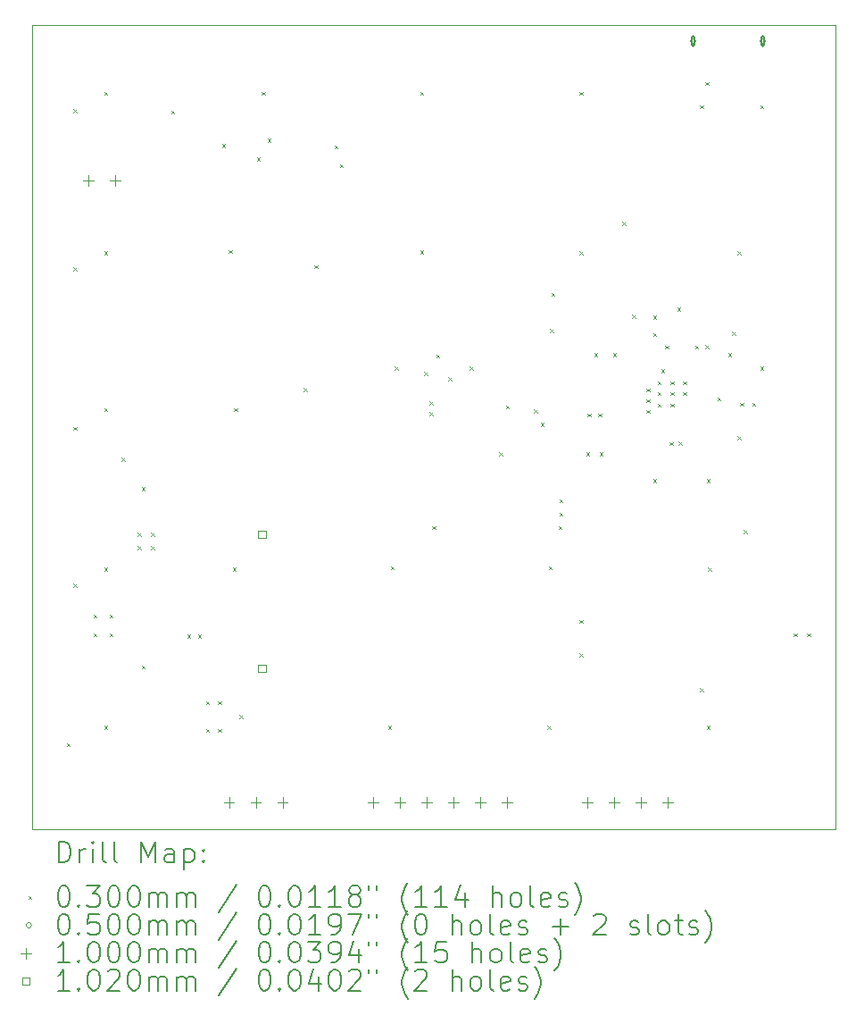
<source format=gbr>
%FSLAX45Y45*%
G04 Gerber Fmt 4.5, Leading zero omitted, Abs format (unit mm)*
G04 Created by KiCad (PCBNEW (6.0.5)) date 2023-04-10 12:53:08*
%MOMM*%
%LPD*%
G01*
G04 APERTURE LIST*
%TA.AperFunction,Profile*%
%ADD10C,0.100000*%
%TD*%
%ADD11C,0.200000*%
%ADD12C,0.030000*%
%ADD13C,0.050000*%
%ADD14C,0.100000*%
%ADD15C,0.102000*%
G04 APERTURE END LIST*
D10*
X10160000Y-12700000D02*
X17780000Y-12700000D01*
X17780000Y-12700000D02*
X17780000Y-5080000D01*
X17780000Y-5080000D02*
X10160000Y-5080000D01*
X10160000Y-5080000D02*
X10160000Y-12700000D01*
D11*
D12*
X10487900Y-11884900D02*
X10517900Y-11914900D01*
X10517900Y-11884900D02*
X10487900Y-11914900D01*
X10551400Y-5877800D02*
X10581400Y-5907800D01*
X10581400Y-5877800D02*
X10551400Y-5907800D01*
X10551400Y-7376400D02*
X10581400Y-7406400D01*
X10581400Y-7376400D02*
X10551400Y-7406400D01*
X10551400Y-8887700D02*
X10581400Y-8917700D01*
X10581400Y-8887700D02*
X10551400Y-8917700D01*
X10551400Y-10373600D02*
X10581400Y-10403600D01*
X10581400Y-10373600D02*
X10551400Y-10403600D01*
X10741900Y-10665700D02*
X10771900Y-10695700D01*
X10771900Y-10665700D02*
X10741900Y-10695700D01*
X10741900Y-10843500D02*
X10771900Y-10873500D01*
X10771900Y-10843500D02*
X10741900Y-10873500D01*
X10843500Y-7224000D02*
X10873500Y-7254000D01*
X10873500Y-7224000D02*
X10843500Y-7254000D01*
X10843500Y-8709900D02*
X10873500Y-8739900D01*
X10873500Y-8709900D02*
X10843500Y-8739900D01*
X10843500Y-10221200D02*
X10873500Y-10251200D01*
X10873500Y-10221200D02*
X10843500Y-10251200D01*
X10843500Y-11719800D02*
X10873500Y-11749800D01*
X10873500Y-11719800D02*
X10843500Y-11749800D01*
X10843762Y-5712247D02*
X10873762Y-5742247D01*
X10873762Y-5712247D02*
X10843762Y-5742247D01*
X10894300Y-10665700D02*
X10924300Y-10695700D01*
X10924300Y-10665700D02*
X10894300Y-10695700D01*
X10894300Y-10843500D02*
X10924300Y-10873500D01*
X10924300Y-10843500D02*
X10894300Y-10873500D01*
X11008600Y-9179800D02*
X11038600Y-9209800D01*
X11038600Y-9179800D02*
X11008600Y-9209800D01*
X11161000Y-9891000D02*
X11191000Y-9921000D01*
X11191000Y-9891000D02*
X11161000Y-9921000D01*
X11161000Y-10018000D02*
X11191000Y-10048000D01*
X11191000Y-10018000D02*
X11161000Y-10048000D01*
X11199100Y-9459200D02*
X11229100Y-9489200D01*
X11229100Y-9459200D02*
X11199100Y-9489200D01*
X11199100Y-11148300D02*
X11229100Y-11178300D01*
X11229100Y-11148300D02*
X11199100Y-11178300D01*
X11288000Y-9891000D02*
X11318000Y-9921000D01*
X11318000Y-9891000D02*
X11288000Y-9921000D01*
X11288000Y-10018000D02*
X11318000Y-10048000D01*
X11318000Y-10018000D02*
X11288000Y-10048000D01*
X11478500Y-5890500D02*
X11508500Y-5920500D01*
X11508500Y-5890500D02*
X11478500Y-5920500D01*
X11630900Y-10856200D02*
X11660900Y-10886200D01*
X11660900Y-10856200D02*
X11630900Y-10886200D01*
X11732500Y-10856200D02*
X11762500Y-10886200D01*
X11762500Y-10856200D02*
X11732500Y-10886200D01*
X11810000Y-11485000D02*
X11840000Y-11515000D01*
X11840000Y-11485000D02*
X11810000Y-11515000D01*
X11810000Y-11750098D02*
X11840000Y-11780098D01*
X11840000Y-11750098D02*
X11810000Y-11780098D01*
X11923000Y-11485000D02*
X11953000Y-11515000D01*
X11953000Y-11485000D02*
X11923000Y-11515000D01*
X11923000Y-11750098D02*
X11953000Y-11780098D01*
X11953000Y-11750098D02*
X11923000Y-11780098D01*
X11961100Y-6208000D02*
X11991100Y-6238000D01*
X11991100Y-6208000D02*
X11961100Y-6238000D01*
X12024600Y-7211300D02*
X12054600Y-7241300D01*
X12054600Y-7211300D02*
X12024600Y-7241300D01*
X12062700Y-10221200D02*
X12092700Y-10251200D01*
X12092700Y-10221200D02*
X12062700Y-10251200D01*
X12075400Y-8709900D02*
X12105400Y-8739900D01*
X12105400Y-8709900D02*
X12075400Y-8739900D01*
X12126200Y-11618200D02*
X12156200Y-11648200D01*
X12156200Y-11618200D02*
X12126200Y-11648200D01*
X12291300Y-6335000D02*
X12321300Y-6365000D01*
X12321300Y-6335000D02*
X12291300Y-6365000D01*
X12338628Y-5712247D02*
X12368628Y-5742247D01*
X12368628Y-5712247D02*
X12338628Y-5742247D01*
X12392900Y-6157200D02*
X12422900Y-6187200D01*
X12422900Y-6157200D02*
X12392900Y-6187200D01*
X12735800Y-8519400D02*
X12765800Y-8549400D01*
X12765800Y-8519400D02*
X12735800Y-8549400D01*
X12837400Y-7354998D02*
X12867400Y-7384998D01*
X12867400Y-7354998D02*
X12837400Y-7384998D01*
X13027900Y-6220700D02*
X13057900Y-6250700D01*
X13057900Y-6220700D02*
X13027900Y-6250700D01*
X13078700Y-6398500D02*
X13108700Y-6428500D01*
X13108700Y-6398500D02*
X13078700Y-6428500D01*
X13535900Y-11719800D02*
X13565900Y-11749800D01*
X13565900Y-11719800D02*
X13535900Y-11749800D01*
X13561300Y-10208500D02*
X13591300Y-10238500D01*
X13591300Y-10208500D02*
X13561300Y-10238500D01*
X13599400Y-8316200D02*
X13629400Y-8346200D01*
X13629400Y-8316200D02*
X13599400Y-8346200D01*
X13841444Y-7214439D02*
X13871444Y-7244439D01*
X13871444Y-7214439D02*
X13841444Y-7244439D01*
X13843045Y-5712247D02*
X13873045Y-5742247D01*
X13873045Y-5712247D02*
X13843045Y-5742247D01*
X13878800Y-8367000D02*
X13908800Y-8397000D01*
X13908800Y-8367000D02*
X13878800Y-8397000D01*
X13929600Y-8646400D02*
X13959600Y-8676400D01*
X13959600Y-8646400D02*
X13929600Y-8676400D01*
X13929600Y-8748000D02*
X13959600Y-8778000D01*
X13959600Y-8748000D02*
X13929600Y-8778000D01*
X13955000Y-9827500D02*
X13985000Y-9857500D01*
X13985000Y-9827500D02*
X13955000Y-9857500D01*
X13993100Y-8201900D02*
X14023100Y-8231900D01*
X14023100Y-8201900D02*
X13993100Y-8231900D01*
X14107400Y-8417800D02*
X14137400Y-8447800D01*
X14137400Y-8417800D02*
X14107400Y-8447800D01*
X14310600Y-8316200D02*
X14340600Y-8346200D01*
X14340600Y-8316200D02*
X14310600Y-8346200D01*
X14590000Y-9129950D02*
X14620000Y-9159950D01*
X14620000Y-9129950D02*
X14590000Y-9159950D01*
X14653500Y-8684500D02*
X14683500Y-8714500D01*
X14683500Y-8684500D02*
X14653500Y-8714500D01*
X14920200Y-8722600D02*
X14950200Y-8752600D01*
X14950200Y-8722600D02*
X14920200Y-8752600D01*
X14983700Y-8849600D02*
X15013700Y-8879600D01*
X15013700Y-8849600D02*
X14983700Y-8879600D01*
X15047200Y-11719800D02*
X15077200Y-11749800D01*
X15077200Y-11719800D02*
X15047200Y-11749800D01*
X15059900Y-10208500D02*
X15089900Y-10238500D01*
X15089900Y-10208500D02*
X15059900Y-10238500D01*
X15072600Y-7960600D02*
X15102600Y-7990600D01*
X15102600Y-7960600D02*
X15072600Y-7990600D01*
X15085300Y-7617700D02*
X15115300Y-7647700D01*
X15115300Y-7617700D02*
X15085300Y-7647700D01*
X15153878Y-9827500D02*
X15183878Y-9857500D01*
X15183878Y-9827500D02*
X15153878Y-9857500D01*
X15161500Y-9573500D02*
X15191500Y-9603500D01*
X15191500Y-9573500D02*
X15161500Y-9603500D01*
X15161500Y-9700500D02*
X15191500Y-9730500D01*
X15191500Y-9700500D02*
X15161500Y-9730500D01*
X15352000Y-5712700D02*
X15382000Y-5742700D01*
X15382000Y-5712700D02*
X15352000Y-5742700D01*
X15352000Y-7224000D02*
X15382000Y-7254000D01*
X15382000Y-7224000D02*
X15352000Y-7254000D01*
X15352000Y-10716500D02*
X15382000Y-10746500D01*
X15382000Y-10716500D02*
X15352000Y-10746500D01*
X15352000Y-11034000D02*
X15382000Y-11064000D01*
X15382000Y-11034000D02*
X15352000Y-11064000D01*
X15415500Y-9129000D02*
X15445500Y-9159000D01*
X15445500Y-9129000D02*
X15415500Y-9159000D01*
X15429850Y-8760700D02*
X15459850Y-8790700D01*
X15459850Y-8760700D02*
X15429850Y-8790700D01*
X15491700Y-8189200D02*
X15521700Y-8219200D01*
X15521700Y-8189200D02*
X15491700Y-8219200D01*
X15529800Y-8760700D02*
X15559800Y-8790700D01*
X15559800Y-8760700D02*
X15529800Y-8790700D01*
X15542500Y-9129000D02*
X15572500Y-9159000D01*
X15572500Y-9129000D02*
X15542500Y-9159000D01*
X15669500Y-8189200D02*
X15699500Y-8219200D01*
X15699500Y-8189200D02*
X15669500Y-8219200D01*
X15758400Y-6944600D02*
X15788400Y-6974600D01*
X15788400Y-6944600D02*
X15758400Y-6974600D01*
X15852638Y-7826238D02*
X15882638Y-7856238D01*
X15882638Y-7826238D02*
X15852638Y-7856238D01*
X15987000Y-8522150D02*
X16017000Y-8552150D01*
X16017000Y-8522150D02*
X15987000Y-8552150D01*
X15987000Y-8623750D02*
X16017000Y-8653750D01*
X16017000Y-8623750D02*
X15987000Y-8653750D01*
X15987000Y-8725350D02*
X16017000Y-8755350D01*
X16017000Y-8725350D02*
X15987000Y-8755350D01*
X16050500Y-7833600D02*
X16080500Y-7863600D01*
X16080500Y-7833600D02*
X16050500Y-7863600D01*
X16050500Y-7998700D02*
X16080500Y-8028700D01*
X16080500Y-7998700D02*
X16050500Y-8028700D01*
X16050500Y-9383000D02*
X16080500Y-9413000D01*
X16080500Y-9383000D02*
X16050500Y-9413000D01*
X16095000Y-8455000D02*
X16125000Y-8485000D01*
X16125000Y-8455000D02*
X16095000Y-8485000D01*
X16095000Y-8555000D02*
X16125000Y-8585000D01*
X16125000Y-8555000D02*
X16095000Y-8585000D01*
X16095000Y-8665000D02*
X16125000Y-8695000D01*
X16125000Y-8665000D02*
X16095000Y-8695000D01*
X16127550Y-8338350D02*
X16157550Y-8368350D01*
X16157550Y-8338350D02*
X16127550Y-8368350D01*
X16164800Y-8115750D02*
X16194800Y-8145750D01*
X16194800Y-8115750D02*
X16164800Y-8145750D01*
X16206968Y-9031468D02*
X16236968Y-9061468D01*
X16236968Y-9031468D02*
X16206968Y-9061468D01*
X16215000Y-8455000D02*
X16245000Y-8485000D01*
X16245000Y-8455000D02*
X16215000Y-8485000D01*
X16215000Y-8555000D02*
X16245000Y-8585000D01*
X16245000Y-8555000D02*
X16215000Y-8585000D01*
X16215000Y-8665000D02*
X16245000Y-8695000D01*
X16245000Y-8665000D02*
X16215000Y-8695000D01*
X16279100Y-7757400D02*
X16309100Y-7787400D01*
X16309100Y-7757400D02*
X16279100Y-7787400D01*
X16291800Y-9027400D02*
X16321800Y-9057400D01*
X16321800Y-9027400D02*
X16291800Y-9057400D01*
X16335000Y-8455000D02*
X16365000Y-8485000D01*
X16365000Y-8455000D02*
X16335000Y-8485000D01*
X16335000Y-8555000D02*
X16365000Y-8585000D01*
X16365000Y-8555000D02*
X16335000Y-8585000D01*
X16448050Y-8115750D02*
X16478050Y-8145750D01*
X16478050Y-8115750D02*
X16448050Y-8145750D01*
X16495000Y-5839901D02*
X16525000Y-5869901D01*
X16525000Y-5839901D02*
X16495000Y-5869901D01*
X16495000Y-11364200D02*
X16525000Y-11394200D01*
X16525000Y-11364200D02*
X16495000Y-11394200D01*
X16545800Y-5620050D02*
X16575800Y-5650050D01*
X16575800Y-5620050D02*
X16545800Y-5650050D01*
X16545800Y-8113000D02*
X16575800Y-8143000D01*
X16575800Y-8113000D02*
X16545800Y-8143000D01*
X16558500Y-9383000D02*
X16588500Y-9413000D01*
X16588500Y-9383000D02*
X16558500Y-9413000D01*
X16558500Y-11719800D02*
X16588500Y-11749800D01*
X16588500Y-11719800D02*
X16558500Y-11749800D01*
X16571200Y-10221200D02*
X16601200Y-10251200D01*
X16601200Y-10221200D02*
X16571200Y-10251200D01*
X16660100Y-8608300D02*
X16690100Y-8638300D01*
X16690100Y-8608300D02*
X16660100Y-8638300D01*
X16761700Y-8189200D02*
X16791700Y-8219200D01*
X16791700Y-8189200D02*
X16761700Y-8219200D01*
X16799800Y-7986000D02*
X16829800Y-8016000D01*
X16829800Y-7986000D02*
X16799800Y-8016000D01*
X16850600Y-7224000D02*
X16880600Y-7254000D01*
X16880600Y-7224000D02*
X16850600Y-7254000D01*
X16850600Y-8976600D02*
X16880600Y-9006600D01*
X16880600Y-8976600D02*
X16850600Y-9006600D01*
X16876000Y-8659100D02*
X16906000Y-8689100D01*
X16906000Y-8659100D02*
X16876000Y-8689100D01*
X16913088Y-9864588D02*
X16943088Y-9894588D01*
X16943088Y-9864588D02*
X16913088Y-9894588D01*
X16990300Y-8659100D02*
X17020300Y-8689100D01*
X17020300Y-8659100D02*
X16990300Y-8689100D01*
X17066500Y-5839901D02*
X17096500Y-5869901D01*
X17096500Y-5839901D02*
X17066500Y-5869901D01*
X17066500Y-8316200D02*
X17096500Y-8346200D01*
X17096500Y-8316200D02*
X17066500Y-8346200D01*
X17384000Y-10843500D02*
X17414000Y-10873500D01*
X17414000Y-10843500D02*
X17384000Y-10873500D01*
X17511000Y-10843500D02*
X17541000Y-10873500D01*
X17541000Y-10843500D02*
X17511000Y-10873500D01*
D13*
X16456825Y-5232400D02*
G75*
G03*
X16456825Y-5232400I-25000J0D01*
G01*
D11*
X16446825Y-5267400D02*
X16446825Y-5197400D01*
X16416825Y-5267400D02*
X16416825Y-5197400D01*
X16446825Y-5197400D02*
G75*
G03*
X16416825Y-5197400I-15000J0D01*
G01*
X16416825Y-5267400D02*
G75*
G03*
X16446825Y-5267400I15000J0D01*
G01*
D13*
X17116825Y-5232400D02*
G75*
G03*
X17116825Y-5232400I-25000J0D01*
G01*
D11*
X17106825Y-5267400D02*
X17106825Y-5197400D01*
X17076825Y-5267400D02*
X17076825Y-5197400D01*
X17106825Y-5197400D02*
G75*
G03*
X17076825Y-5197400I-15000J0D01*
G01*
X17076825Y-5267400D02*
G75*
G03*
X17106825Y-5267400I15000J0D01*
G01*
D14*
X10693900Y-6503200D02*
X10693900Y-6603200D01*
X10643900Y-6553200D02*
X10743900Y-6553200D01*
X10947900Y-6503200D02*
X10947900Y-6603200D01*
X10897900Y-6553200D02*
X10997900Y-6553200D01*
X12028500Y-12396000D02*
X12028500Y-12496000D01*
X11978500Y-12446000D02*
X12078500Y-12446000D01*
X12282500Y-12396000D02*
X12282500Y-12496000D01*
X12232500Y-12446000D02*
X12332500Y-12446000D01*
X12536500Y-12396000D02*
X12536500Y-12496000D01*
X12486500Y-12446000D02*
X12586500Y-12446000D01*
X13398500Y-12396000D02*
X13398500Y-12496000D01*
X13348500Y-12446000D02*
X13448500Y-12446000D01*
X13652500Y-12396000D02*
X13652500Y-12496000D01*
X13602500Y-12446000D02*
X13702500Y-12446000D01*
X13906500Y-12396000D02*
X13906500Y-12496000D01*
X13856500Y-12446000D02*
X13956500Y-12446000D01*
X14160500Y-12396000D02*
X14160500Y-12496000D01*
X14110500Y-12446000D02*
X14210500Y-12446000D01*
X14414500Y-12396000D02*
X14414500Y-12496000D01*
X14364500Y-12446000D02*
X14464500Y-12446000D01*
X14668500Y-12396000D02*
X14668500Y-12496000D01*
X14618500Y-12446000D02*
X14718500Y-12446000D01*
X15430500Y-12396000D02*
X15430500Y-12496000D01*
X15380500Y-12446000D02*
X15480500Y-12446000D01*
X15684500Y-12396000D02*
X15684500Y-12496000D01*
X15634500Y-12446000D02*
X15734500Y-12446000D01*
X15938500Y-12396000D02*
X15938500Y-12496000D01*
X15888500Y-12446000D02*
X15988500Y-12446000D01*
X16192500Y-12396000D02*
X16192500Y-12496000D01*
X16142500Y-12446000D02*
X16242500Y-12446000D01*
D15*
X12378063Y-9942063D02*
X12378063Y-9869937D01*
X12305937Y-9869937D01*
X12305937Y-9942063D01*
X12378063Y-9942063D01*
X12378063Y-11212063D02*
X12378063Y-11139937D01*
X12305937Y-11139937D01*
X12305937Y-11212063D01*
X12378063Y-11212063D01*
D11*
X10412619Y-13015476D02*
X10412619Y-12815476D01*
X10460238Y-12815476D01*
X10488810Y-12825000D01*
X10507857Y-12844048D01*
X10517381Y-12863095D01*
X10526905Y-12901190D01*
X10526905Y-12929762D01*
X10517381Y-12967857D01*
X10507857Y-12986905D01*
X10488810Y-13005952D01*
X10460238Y-13015476D01*
X10412619Y-13015476D01*
X10612619Y-13015476D02*
X10612619Y-12882143D01*
X10612619Y-12920238D02*
X10622143Y-12901190D01*
X10631667Y-12891667D01*
X10650714Y-12882143D01*
X10669762Y-12882143D01*
X10736429Y-13015476D02*
X10736429Y-12882143D01*
X10736429Y-12815476D02*
X10726905Y-12825000D01*
X10736429Y-12834524D01*
X10745952Y-12825000D01*
X10736429Y-12815476D01*
X10736429Y-12834524D01*
X10860238Y-13015476D02*
X10841190Y-13005952D01*
X10831667Y-12986905D01*
X10831667Y-12815476D01*
X10965000Y-13015476D02*
X10945952Y-13005952D01*
X10936429Y-12986905D01*
X10936429Y-12815476D01*
X11193571Y-13015476D02*
X11193571Y-12815476D01*
X11260238Y-12958333D01*
X11326905Y-12815476D01*
X11326905Y-13015476D01*
X11507857Y-13015476D02*
X11507857Y-12910714D01*
X11498333Y-12891667D01*
X11479286Y-12882143D01*
X11441190Y-12882143D01*
X11422143Y-12891667D01*
X11507857Y-13005952D02*
X11488809Y-13015476D01*
X11441190Y-13015476D01*
X11422143Y-13005952D01*
X11412619Y-12986905D01*
X11412619Y-12967857D01*
X11422143Y-12948809D01*
X11441190Y-12939286D01*
X11488809Y-12939286D01*
X11507857Y-12929762D01*
X11603095Y-12882143D02*
X11603095Y-13082143D01*
X11603095Y-12891667D02*
X11622143Y-12882143D01*
X11660238Y-12882143D01*
X11679286Y-12891667D01*
X11688809Y-12901190D01*
X11698333Y-12920238D01*
X11698333Y-12977381D01*
X11688809Y-12996428D01*
X11679286Y-13005952D01*
X11660238Y-13015476D01*
X11622143Y-13015476D01*
X11603095Y-13005952D01*
X11784048Y-12996428D02*
X11793571Y-13005952D01*
X11784048Y-13015476D01*
X11774524Y-13005952D01*
X11784048Y-12996428D01*
X11784048Y-13015476D01*
X11784048Y-12891667D02*
X11793571Y-12901190D01*
X11784048Y-12910714D01*
X11774524Y-12901190D01*
X11784048Y-12891667D01*
X11784048Y-12910714D01*
D12*
X10125000Y-13330000D02*
X10155000Y-13360000D01*
X10155000Y-13330000D02*
X10125000Y-13360000D01*
D11*
X10450714Y-13235476D02*
X10469762Y-13235476D01*
X10488810Y-13245000D01*
X10498333Y-13254524D01*
X10507857Y-13273571D01*
X10517381Y-13311667D01*
X10517381Y-13359286D01*
X10507857Y-13397381D01*
X10498333Y-13416428D01*
X10488810Y-13425952D01*
X10469762Y-13435476D01*
X10450714Y-13435476D01*
X10431667Y-13425952D01*
X10422143Y-13416428D01*
X10412619Y-13397381D01*
X10403095Y-13359286D01*
X10403095Y-13311667D01*
X10412619Y-13273571D01*
X10422143Y-13254524D01*
X10431667Y-13245000D01*
X10450714Y-13235476D01*
X10603095Y-13416428D02*
X10612619Y-13425952D01*
X10603095Y-13435476D01*
X10593571Y-13425952D01*
X10603095Y-13416428D01*
X10603095Y-13435476D01*
X10679286Y-13235476D02*
X10803095Y-13235476D01*
X10736429Y-13311667D01*
X10765000Y-13311667D01*
X10784048Y-13321190D01*
X10793571Y-13330714D01*
X10803095Y-13349762D01*
X10803095Y-13397381D01*
X10793571Y-13416428D01*
X10784048Y-13425952D01*
X10765000Y-13435476D01*
X10707857Y-13435476D01*
X10688810Y-13425952D01*
X10679286Y-13416428D01*
X10926905Y-13235476D02*
X10945952Y-13235476D01*
X10965000Y-13245000D01*
X10974524Y-13254524D01*
X10984048Y-13273571D01*
X10993571Y-13311667D01*
X10993571Y-13359286D01*
X10984048Y-13397381D01*
X10974524Y-13416428D01*
X10965000Y-13425952D01*
X10945952Y-13435476D01*
X10926905Y-13435476D01*
X10907857Y-13425952D01*
X10898333Y-13416428D01*
X10888810Y-13397381D01*
X10879286Y-13359286D01*
X10879286Y-13311667D01*
X10888810Y-13273571D01*
X10898333Y-13254524D01*
X10907857Y-13245000D01*
X10926905Y-13235476D01*
X11117381Y-13235476D02*
X11136429Y-13235476D01*
X11155476Y-13245000D01*
X11165000Y-13254524D01*
X11174524Y-13273571D01*
X11184048Y-13311667D01*
X11184048Y-13359286D01*
X11174524Y-13397381D01*
X11165000Y-13416428D01*
X11155476Y-13425952D01*
X11136429Y-13435476D01*
X11117381Y-13435476D01*
X11098333Y-13425952D01*
X11088810Y-13416428D01*
X11079286Y-13397381D01*
X11069762Y-13359286D01*
X11069762Y-13311667D01*
X11079286Y-13273571D01*
X11088810Y-13254524D01*
X11098333Y-13245000D01*
X11117381Y-13235476D01*
X11269762Y-13435476D02*
X11269762Y-13302143D01*
X11269762Y-13321190D02*
X11279286Y-13311667D01*
X11298333Y-13302143D01*
X11326905Y-13302143D01*
X11345952Y-13311667D01*
X11355476Y-13330714D01*
X11355476Y-13435476D01*
X11355476Y-13330714D02*
X11365000Y-13311667D01*
X11384048Y-13302143D01*
X11412619Y-13302143D01*
X11431667Y-13311667D01*
X11441190Y-13330714D01*
X11441190Y-13435476D01*
X11536428Y-13435476D02*
X11536428Y-13302143D01*
X11536428Y-13321190D02*
X11545952Y-13311667D01*
X11565000Y-13302143D01*
X11593571Y-13302143D01*
X11612619Y-13311667D01*
X11622143Y-13330714D01*
X11622143Y-13435476D01*
X11622143Y-13330714D02*
X11631667Y-13311667D01*
X11650714Y-13302143D01*
X11679286Y-13302143D01*
X11698333Y-13311667D01*
X11707857Y-13330714D01*
X11707857Y-13435476D01*
X12098333Y-13225952D02*
X11926905Y-13483095D01*
X12355476Y-13235476D02*
X12374524Y-13235476D01*
X12393571Y-13245000D01*
X12403095Y-13254524D01*
X12412619Y-13273571D01*
X12422143Y-13311667D01*
X12422143Y-13359286D01*
X12412619Y-13397381D01*
X12403095Y-13416428D01*
X12393571Y-13425952D01*
X12374524Y-13435476D01*
X12355476Y-13435476D01*
X12336428Y-13425952D01*
X12326905Y-13416428D01*
X12317381Y-13397381D01*
X12307857Y-13359286D01*
X12307857Y-13311667D01*
X12317381Y-13273571D01*
X12326905Y-13254524D01*
X12336428Y-13245000D01*
X12355476Y-13235476D01*
X12507857Y-13416428D02*
X12517381Y-13425952D01*
X12507857Y-13435476D01*
X12498333Y-13425952D01*
X12507857Y-13416428D01*
X12507857Y-13435476D01*
X12641190Y-13235476D02*
X12660238Y-13235476D01*
X12679286Y-13245000D01*
X12688809Y-13254524D01*
X12698333Y-13273571D01*
X12707857Y-13311667D01*
X12707857Y-13359286D01*
X12698333Y-13397381D01*
X12688809Y-13416428D01*
X12679286Y-13425952D01*
X12660238Y-13435476D01*
X12641190Y-13435476D01*
X12622143Y-13425952D01*
X12612619Y-13416428D01*
X12603095Y-13397381D01*
X12593571Y-13359286D01*
X12593571Y-13311667D01*
X12603095Y-13273571D01*
X12612619Y-13254524D01*
X12622143Y-13245000D01*
X12641190Y-13235476D01*
X12898333Y-13435476D02*
X12784048Y-13435476D01*
X12841190Y-13435476D02*
X12841190Y-13235476D01*
X12822143Y-13264048D01*
X12803095Y-13283095D01*
X12784048Y-13292619D01*
X13088809Y-13435476D02*
X12974524Y-13435476D01*
X13031667Y-13435476D02*
X13031667Y-13235476D01*
X13012619Y-13264048D01*
X12993571Y-13283095D01*
X12974524Y-13292619D01*
X13203095Y-13321190D02*
X13184048Y-13311667D01*
X13174524Y-13302143D01*
X13165000Y-13283095D01*
X13165000Y-13273571D01*
X13174524Y-13254524D01*
X13184048Y-13245000D01*
X13203095Y-13235476D01*
X13241190Y-13235476D01*
X13260238Y-13245000D01*
X13269762Y-13254524D01*
X13279286Y-13273571D01*
X13279286Y-13283095D01*
X13269762Y-13302143D01*
X13260238Y-13311667D01*
X13241190Y-13321190D01*
X13203095Y-13321190D01*
X13184048Y-13330714D01*
X13174524Y-13340238D01*
X13165000Y-13359286D01*
X13165000Y-13397381D01*
X13174524Y-13416428D01*
X13184048Y-13425952D01*
X13203095Y-13435476D01*
X13241190Y-13435476D01*
X13260238Y-13425952D01*
X13269762Y-13416428D01*
X13279286Y-13397381D01*
X13279286Y-13359286D01*
X13269762Y-13340238D01*
X13260238Y-13330714D01*
X13241190Y-13321190D01*
X13355476Y-13235476D02*
X13355476Y-13273571D01*
X13431667Y-13235476D02*
X13431667Y-13273571D01*
X13726905Y-13511667D02*
X13717381Y-13502143D01*
X13698333Y-13473571D01*
X13688809Y-13454524D01*
X13679286Y-13425952D01*
X13669762Y-13378333D01*
X13669762Y-13340238D01*
X13679286Y-13292619D01*
X13688809Y-13264048D01*
X13698333Y-13245000D01*
X13717381Y-13216428D01*
X13726905Y-13206905D01*
X13907857Y-13435476D02*
X13793571Y-13435476D01*
X13850714Y-13435476D02*
X13850714Y-13235476D01*
X13831667Y-13264048D01*
X13812619Y-13283095D01*
X13793571Y-13292619D01*
X14098333Y-13435476D02*
X13984048Y-13435476D01*
X14041190Y-13435476D02*
X14041190Y-13235476D01*
X14022143Y-13264048D01*
X14003095Y-13283095D01*
X13984048Y-13292619D01*
X14269762Y-13302143D02*
X14269762Y-13435476D01*
X14222143Y-13225952D02*
X14174524Y-13368809D01*
X14298333Y-13368809D01*
X14526905Y-13435476D02*
X14526905Y-13235476D01*
X14612619Y-13435476D02*
X14612619Y-13330714D01*
X14603095Y-13311667D01*
X14584048Y-13302143D01*
X14555476Y-13302143D01*
X14536428Y-13311667D01*
X14526905Y-13321190D01*
X14736428Y-13435476D02*
X14717381Y-13425952D01*
X14707857Y-13416428D01*
X14698333Y-13397381D01*
X14698333Y-13340238D01*
X14707857Y-13321190D01*
X14717381Y-13311667D01*
X14736428Y-13302143D01*
X14765000Y-13302143D01*
X14784048Y-13311667D01*
X14793571Y-13321190D01*
X14803095Y-13340238D01*
X14803095Y-13397381D01*
X14793571Y-13416428D01*
X14784048Y-13425952D01*
X14765000Y-13435476D01*
X14736428Y-13435476D01*
X14917381Y-13435476D02*
X14898333Y-13425952D01*
X14888809Y-13406905D01*
X14888809Y-13235476D01*
X15069762Y-13425952D02*
X15050714Y-13435476D01*
X15012619Y-13435476D01*
X14993571Y-13425952D01*
X14984048Y-13406905D01*
X14984048Y-13330714D01*
X14993571Y-13311667D01*
X15012619Y-13302143D01*
X15050714Y-13302143D01*
X15069762Y-13311667D01*
X15079286Y-13330714D01*
X15079286Y-13349762D01*
X14984048Y-13368809D01*
X15155476Y-13425952D02*
X15174524Y-13435476D01*
X15212619Y-13435476D01*
X15231667Y-13425952D01*
X15241190Y-13406905D01*
X15241190Y-13397381D01*
X15231667Y-13378333D01*
X15212619Y-13368809D01*
X15184048Y-13368809D01*
X15165000Y-13359286D01*
X15155476Y-13340238D01*
X15155476Y-13330714D01*
X15165000Y-13311667D01*
X15184048Y-13302143D01*
X15212619Y-13302143D01*
X15231667Y-13311667D01*
X15307857Y-13511667D02*
X15317381Y-13502143D01*
X15336428Y-13473571D01*
X15345952Y-13454524D01*
X15355476Y-13425952D01*
X15365000Y-13378333D01*
X15365000Y-13340238D01*
X15355476Y-13292619D01*
X15345952Y-13264048D01*
X15336428Y-13245000D01*
X15317381Y-13216428D01*
X15307857Y-13206905D01*
D13*
X10155000Y-13609000D02*
G75*
G03*
X10155000Y-13609000I-25000J0D01*
G01*
D11*
X10450714Y-13499476D02*
X10469762Y-13499476D01*
X10488810Y-13509000D01*
X10498333Y-13518524D01*
X10507857Y-13537571D01*
X10517381Y-13575667D01*
X10517381Y-13623286D01*
X10507857Y-13661381D01*
X10498333Y-13680428D01*
X10488810Y-13689952D01*
X10469762Y-13699476D01*
X10450714Y-13699476D01*
X10431667Y-13689952D01*
X10422143Y-13680428D01*
X10412619Y-13661381D01*
X10403095Y-13623286D01*
X10403095Y-13575667D01*
X10412619Y-13537571D01*
X10422143Y-13518524D01*
X10431667Y-13509000D01*
X10450714Y-13499476D01*
X10603095Y-13680428D02*
X10612619Y-13689952D01*
X10603095Y-13699476D01*
X10593571Y-13689952D01*
X10603095Y-13680428D01*
X10603095Y-13699476D01*
X10793571Y-13499476D02*
X10698333Y-13499476D01*
X10688810Y-13594714D01*
X10698333Y-13585190D01*
X10717381Y-13575667D01*
X10765000Y-13575667D01*
X10784048Y-13585190D01*
X10793571Y-13594714D01*
X10803095Y-13613762D01*
X10803095Y-13661381D01*
X10793571Y-13680428D01*
X10784048Y-13689952D01*
X10765000Y-13699476D01*
X10717381Y-13699476D01*
X10698333Y-13689952D01*
X10688810Y-13680428D01*
X10926905Y-13499476D02*
X10945952Y-13499476D01*
X10965000Y-13509000D01*
X10974524Y-13518524D01*
X10984048Y-13537571D01*
X10993571Y-13575667D01*
X10993571Y-13623286D01*
X10984048Y-13661381D01*
X10974524Y-13680428D01*
X10965000Y-13689952D01*
X10945952Y-13699476D01*
X10926905Y-13699476D01*
X10907857Y-13689952D01*
X10898333Y-13680428D01*
X10888810Y-13661381D01*
X10879286Y-13623286D01*
X10879286Y-13575667D01*
X10888810Y-13537571D01*
X10898333Y-13518524D01*
X10907857Y-13509000D01*
X10926905Y-13499476D01*
X11117381Y-13499476D02*
X11136429Y-13499476D01*
X11155476Y-13509000D01*
X11165000Y-13518524D01*
X11174524Y-13537571D01*
X11184048Y-13575667D01*
X11184048Y-13623286D01*
X11174524Y-13661381D01*
X11165000Y-13680428D01*
X11155476Y-13689952D01*
X11136429Y-13699476D01*
X11117381Y-13699476D01*
X11098333Y-13689952D01*
X11088810Y-13680428D01*
X11079286Y-13661381D01*
X11069762Y-13623286D01*
X11069762Y-13575667D01*
X11079286Y-13537571D01*
X11088810Y-13518524D01*
X11098333Y-13509000D01*
X11117381Y-13499476D01*
X11269762Y-13699476D02*
X11269762Y-13566143D01*
X11269762Y-13585190D02*
X11279286Y-13575667D01*
X11298333Y-13566143D01*
X11326905Y-13566143D01*
X11345952Y-13575667D01*
X11355476Y-13594714D01*
X11355476Y-13699476D01*
X11355476Y-13594714D02*
X11365000Y-13575667D01*
X11384048Y-13566143D01*
X11412619Y-13566143D01*
X11431667Y-13575667D01*
X11441190Y-13594714D01*
X11441190Y-13699476D01*
X11536428Y-13699476D02*
X11536428Y-13566143D01*
X11536428Y-13585190D02*
X11545952Y-13575667D01*
X11565000Y-13566143D01*
X11593571Y-13566143D01*
X11612619Y-13575667D01*
X11622143Y-13594714D01*
X11622143Y-13699476D01*
X11622143Y-13594714D02*
X11631667Y-13575667D01*
X11650714Y-13566143D01*
X11679286Y-13566143D01*
X11698333Y-13575667D01*
X11707857Y-13594714D01*
X11707857Y-13699476D01*
X12098333Y-13489952D02*
X11926905Y-13747095D01*
X12355476Y-13499476D02*
X12374524Y-13499476D01*
X12393571Y-13509000D01*
X12403095Y-13518524D01*
X12412619Y-13537571D01*
X12422143Y-13575667D01*
X12422143Y-13623286D01*
X12412619Y-13661381D01*
X12403095Y-13680428D01*
X12393571Y-13689952D01*
X12374524Y-13699476D01*
X12355476Y-13699476D01*
X12336428Y-13689952D01*
X12326905Y-13680428D01*
X12317381Y-13661381D01*
X12307857Y-13623286D01*
X12307857Y-13575667D01*
X12317381Y-13537571D01*
X12326905Y-13518524D01*
X12336428Y-13509000D01*
X12355476Y-13499476D01*
X12507857Y-13680428D02*
X12517381Y-13689952D01*
X12507857Y-13699476D01*
X12498333Y-13689952D01*
X12507857Y-13680428D01*
X12507857Y-13699476D01*
X12641190Y-13499476D02*
X12660238Y-13499476D01*
X12679286Y-13509000D01*
X12688809Y-13518524D01*
X12698333Y-13537571D01*
X12707857Y-13575667D01*
X12707857Y-13623286D01*
X12698333Y-13661381D01*
X12688809Y-13680428D01*
X12679286Y-13689952D01*
X12660238Y-13699476D01*
X12641190Y-13699476D01*
X12622143Y-13689952D01*
X12612619Y-13680428D01*
X12603095Y-13661381D01*
X12593571Y-13623286D01*
X12593571Y-13575667D01*
X12603095Y-13537571D01*
X12612619Y-13518524D01*
X12622143Y-13509000D01*
X12641190Y-13499476D01*
X12898333Y-13699476D02*
X12784048Y-13699476D01*
X12841190Y-13699476D02*
X12841190Y-13499476D01*
X12822143Y-13528048D01*
X12803095Y-13547095D01*
X12784048Y-13556619D01*
X12993571Y-13699476D02*
X13031667Y-13699476D01*
X13050714Y-13689952D01*
X13060238Y-13680428D01*
X13079286Y-13651857D01*
X13088809Y-13613762D01*
X13088809Y-13537571D01*
X13079286Y-13518524D01*
X13069762Y-13509000D01*
X13050714Y-13499476D01*
X13012619Y-13499476D01*
X12993571Y-13509000D01*
X12984048Y-13518524D01*
X12974524Y-13537571D01*
X12974524Y-13585190D01*
X12984048Y-13604238D01*
X12993571Y-13613762D01*
X13012619Y-13623286D01*
X13050714Y-13623286D01*
X13069762Y-13613762D01*
X13079286Y-13604238D01*
X13088809Y-13585190D01*
X13155476Y-13499476D02*
X13288809Y-13499476D01*
X13203095Y-13699476D01*
X13355476Y-13499476D02*
X13355476Y-13537571D01*
X13431667Y-13499476D02*
X13431667Y-13537571D01*
X13726905Y-13775667D02*
X13717381Y-13766143D01*
X13698333Y-13737571D01*
X13688809Y-13718524D01*
X13679286Y-13689952D01*
X13669762Y-13642333D01*
X13669762Y-13604238D01*
X13679286Y-13556619D01*
X13688809Y-13528048D01*
X13698333Y-13509000D01*
X13717381Y-13480428D01*
X13726905Y-13470905D01*
X13841190Y-13499476D02*
X13860238Y-13499476D01*
X13879286Y-13509000D01*
X13888809Y-13518524D01*
X13898333Y-13537571D01*
X13907857Y-13575667D01*
X13907857Y-13623286D01*
X13898333Y-13661381D01*
X13888809Y-13680428D01*
X13879286Y-13689952D01*
X13860238Y-13699476D01*
X13841190Y-13699476D01*
X13822143Y-13689952D01*
X13812619Y-13680428D01*
X13803095Y-13661381D01*
X13793571Y-13623286D01*
X13793571Y-13575667D01*
X13803095Y-13537571D01*
X13812619Y-13518524D01*
X13822143Y-13509000D01*
X13841190Y-13499476D01*
X14145952Y-13699476D02*
X14145952Y-13499476D01*
X14231667Y-13699476D02*
X14231667Y-13594714D01*
X14222143Y-13575667D01*
X14203095Y-13566143D01*
X14174524Y-13566143D01*
X14155476Y-13575667D01*
X14145952Y-13585190D01*
X14355476Y-13699476D02*
X14336428Y-13689952D01*
X14326905Y-13680428D01*
X14317381Y-13661381D01*
X14317381Y-13604238D01*
X14326905Y-13585190D01*
X14336428Y-13575667D01*
X14355476Y-13566143D01*
X14384048Y-13566143D01*
X14403095Y-13575667D01*
X14412619Y-13585190D01*
X14422143Y-13604238D01*
X14422143Y-13661381D01*
X14412619Y-13680428D01*
X14403095Y-13689952D01*
X14384048Y-13699476D01*
X14355476Y-13699476D01*
X14536428Y-13699476D02*
X14517381Y-13689952D01*
X14507857Y-13670905D01*
X14507857Y-13499476D01*
X14688809Y-13689952D02*
X14669762Y-13699476D01*
X14631667Y-13699476D01*
X14612619Y-13689952D01*
X14603095Y-13670905D01*
X14603095Y-13594714D01*
X14612619Y-13575667D01*
X14631667Y-13566143D01*
X14669762Y-13566143D01*
X14688809Y-13575667D01*
X14698333Y-13594714D01*
X14698333Y-13613762D01*
X14603095Y-13632809D01*
X14774524Y-13689952D02*
X14793571Y-13699476D01*
X14831667Y-13699476D01*
X14850714Y-13689952D01*
X14860238Y-13670905D01*
X14860238Y-13661381D01*
X14850714Y-13642333D01*
X14831667Y-13632809D01*
X14803095Y-13632809D01*
X14784048Y-13623286D01*
X14774524Y-13604238D01*
X14774524Y-13594714D01*
X14784048Y-13575667D01*
X14803095Y-13566143D01*
X14831667Y-13566143D01*
X14850714Y-13575667D01*
X15098333Y-13623286D02*
X15250714Y-13623286D01*
X15174524Y-13699476D02*
X15174524Y-13547095D01*
X15488809Y-13518524D02*
X15498333Y-13509000D01*
X15517381Y-13499476D01*
X15565000Y-13499476D01*
X15584048Y-13509000D01*
X15593571Y-13518524D01*
X15603095Y-13537571D01*
X15603095Y-13556619D01*
X15593571Y-13585190D01*
X15479286Y-13699476D01*
X15603095Y-13699476D01*
X15831667Y-13689952D02*
X15850714Y-13699476D01*
X15888809Y-13699476D01*
X15907857Y-13689952D01*
X15917381Y-13670905D01*
X15917381Y-13661381D01*
X15907857Y-13642333D01*
X15888809Y-13632809D01*
X15860238Y-13632809D01*
X15841190Y-13623286D01*
X15831667Y-13604238D01*
X15831667Y-13594714D01*
X15841190Y-13575667D01*
X15860238Y-13566143D01*
X15888809Y-13566143D01*
X15907857Y-13575667D01*
X16031667Y-13699476D02*
X16012619Y-13689952D01*
X16003095Y-13670905D01*
X16003095Y-13499476D01*
X16136428Y-13699476D02*
X16117381Y-13689952D01*
X16107857Y-13680428D01*
X16098333Y-13661381D01*
X16098333Y-13604238D01*
X16107857Y-13585190D01*
X16117381Y-13575667D01*
X16136428Y-13566143D01*
X16165000Y-13566143D01*
X16184048Y-13575667D01*
X16193571Y-13585190D01*
X16203095Y-13604238D01*
X16203095Y-13661381D01*
X16193571Y-13680428D01*
X16184048Y-13689952D01*
X16165000Y-13699476D01*
X16136428Y-13699476D01*
X16260238Y-13566143D02*
X16336428Y-13566143D01*
X16288809Y-13499476D02*
X16288809Y-13670905D01*
X16298333Y-13689952D01*
X16317381Y-13699476D01*
X16336428Y-13699476D01*
X16393571Y-13689952D02*
X16412619Y-13699476D01*
X16450714Y-13699476D01*
X16469762Y-13689952D01*
X16479286Y-13670905D01*
X16479286Y-13661381D01*
X16469762Y-13642333D01*
X16450714Y-13632809D01*
X16422143Y-13632809D01*
X16403095Y-13623286D01*
X16393571Y-13604238D01*
X16393571Y-13594714D01*
X16403095Y-13575667D01*
X16422143Y-13566143D01*
X16450714Y-13566143D01*
X16469762Y-13575667D01*
X16545952Y-13775667D02*
X16555476Y-13766143D01*
X16574524Y-13737571D01*
X16584048Y-13718524D01*
X16593571Y-13689952D01*
X16603095Y-13642333D01*
X16603095Y-13604238D01*
X16593571Y-13556619D01*
X16584048Y-13528048D01*
X16574524Y-13509000D01*
X16555476Y-13480428D01*
X16545952Y-13470905D01*
D14*
X10105000Y-13823000D02*
X10105000Y-13923000D01*
X10055000Y-13873000D02*
X10155000Y-13873000D01*
D11*
X10517381Y-13963476D02*
X10403095Y-13963476D01*
X10460238Y-13963476D02*
X10460238Y-13763476D01*
X10441190Y-13792048D01*
X10422143Y-13811095D01*
X10403095Y-13820619D01*
X10603095Y-13944428D02*
X10612619Y-13953952D01*
X10603095Y-13963476D01*
X10593571Y-13953952D01*
X10603095Y-13944428D01*
X10603095Y-13963476D01*
X10736429Y-13763476D02*
X10755476Y-13763476D01*
X10774524Y-13773000D01*
X10784048Y-13782524D01*
X10793571Y-13801571D01*
X10803095Y-13839667D01*
X10803095Y-13887286D01*
X10793571Y-13925381D01*
X10784048Y-13944428D01*
X10774524Y-13953952D01*
X10755476Y-13963476D01*
X10736429Y-13963476D01*
X10717381Y-13953952D01*
X10707857Y-13944428D01*
X10698333Y-13925381D01*
X10688810Y-13887286D01*
X10688810Y-13839667D01*
X10698333Y-13801571D01*
X10707857Y-13782524D01*
X10717381Y-13773000D01*
X10736429Y-13763476D01*
X10926905Y-13763476D02*
X10945952Y-13763476D01*
X10965000Y-13773000D01*
X10974524Y-13782524D01*
X10984048Y-13801571D01*
X10993571Y-13839667D01*
X10993571Y-13887286D01*
X10984048Y-13925381D01*
X10974524Y-13944428D01*
X10965000Y-13953952D01*
X10945952Y-13963476D01*
X10926905Y-13963476D01*
X10907857Y-13953952D01*
X10898333Y-13944428D01*
X10888810Y-13925381D01*
X10879286Y-13887286D01*
X10879286Y-13839667D01*
X10888810Y-13801571D01*
X10898333Y-13782524D01*
X10907857Y-13773000D01*
X10926905Y-13763476D01*
X11117381Y-13763476D02*
X11136429Y-13763476D01*
X11155476Y-13773000D01*
X11165000Y-13782524D01*
X11174524Y-13801571D01*
X11184048Y-13839667D01*
X11184048Y-13887286D01*
X11174524Y-13925381D01*
X11165000Y-13944428D01*
X11155476Y-13953952D01*
X11136429Y-13963476D01*
X11117381Y-13963476D01*
X11098333Y-13953952D01*
X11088810Y-13944428D01*
X11079286Y-13925381D01*
X11069762Y-13887286D01*
X11069762Y-13839667D01*
X11079286Y-13801571D01*
X11088810Y-13782524D01*
X11098333Y-13773000D01*
X11117381Y-13763476D01*
X11269762Y-13963476D02*
X11269762Y-13830143D01*
X11269762Y-13849190D02*
X11279286Y-13839667D01*
X11298333Y-13830143D01*
X11326905Y-13830143D01*
X11345952Y-13839667D01*
X11355476Y-13858714D01*
X11355476Y-13963476D01*
X11355476Y-13858714D02*
X11365000Y-13839667D01*
X11384048Y-13830143D01*
X11412619Y-13830143D01*
X11431667Y-13839667D01*
X11441190Y-13858714D01*
X11441190Y-13963476D01*
X11536428Y-13963476D02*
X11536428Y-13830143D01*
X11536428Y-13849190D02*
X11545952Y-13839667D01*
X11565000Y-13830143D01*
X11593571Y-13830143D01*
X11612619Y-13839667D01*
X11622143Y-13858714D01*
X11622143Y-13963476D01*
X11622143Y-13858714D02*
X11631667Y-13839667D01*
X11650714Y-13830143D01*
X11679286Y-13830143D01*
X11698333Y-13839667D01*
X11707857Y-13858714D01*
X11707857Y-13963476D01*
X12098333Y-13753952D02*
X11926905Y-14011095D01*
X12355476Y-13763476D02*
X12374524Y-13763476D01*
X12393571Y-13773000D01*
X12403095Y-13782524D01*
X12412619Y-13801571D01*
X12422143Y-13839667D01*
X12422143Y-13887286D01*
X12412619Y-13925381D01*
X12403095Y-13944428D01*
X12393571Y-13953952D01*
X12374524Y-13963476D01*
X12355476Y-13963476D01*
X12336428Y-13953952D01*
X12326905Y-13944428D01*
X12317381Y-13925381D01*
X12307857Y-13887286D01*
X12307857Y-13839667D01*
X12317381Y-13801571D01*
X12326905Y-13782524D01*
X12336428Y-13773000D01*
X12355476Y-13763476D01*
X12507857Y-13944428D02*
X12517381Y-13953952D01*
X12507857Y-13963476D01*
X12498333Y-13953952D01*
X12507857Y-13944428D01*
X12507857Y-13963476D01*
X12641190Y-13763476D02*
X12660238Y-13763476D01*
X12679286Y-13773000D01*
X12688809Y-13782524D01*
X12698333Y-13801571D01*
X12707857Y-13839667D01*
X12707857Y-13887286D01*
X12698333Y-13925381D01*
X12688809Y-13944428D01*
X12679286Y-13953952D01*
X12660238Y-13963476D01*
X12641190Y-13963476D01*
X12622143Y-13953952D01*
X12612619Y-13944428D01*
X12603095Y-13925381D01*
X12593571Y-13887286D01*
X12593571Y-13839667D01*
X12603095Y-13801571D01*
X12612619Y-13782524D01*
X12622143Y-13773000D01*
X12641190Y-13763476D01*
X12774524Y-13763476D02*
X12898333Y-13763476D01*
X12831667Y-13839667D01*
X12860238Y-13839667D01*
X12879286Y-13849190D01*
X12888809Y-13858714D01*
X12898333Y-13877762D01*
X12898333Y-13925381D01*
X12888809Y-13944428D01*
X12879286Y-13953952D01*
X12860238Y-13963476D01*
X12803095Y-13963476D01*
X12784048Y-13953952D01*
X12774524Y-13944428D01*
X12993571Y-13963476D02*
X13031667Y-13963476D01*
X13050714Y-13953952D01*
X13060238Y-13944428D01*
X13079286Y-13915857D01*
X13088809Y-13877762D01*
X13088809Y-13801571D01*
X13079286Y-13782524D01*
X13069762Y-13773000D01*
X13050714Y-13763476D01*
X13012619Y-13763476D01*
X12993571Y-13773000D01*
X12984048Y-13782524D01*
X12974524Y-13801571D01*
X12974524Y-13849190D01*
X12984048Y-13868238D01*
X12993571Y-13877762D01*
X13012619Y-13887286D01*
X13050714Y-13887286D01*
X13069762Y-13877762D01*
X13079286Y-13868238D01*
X13088809Y-13849190D01*
X13260238Y-13830143D02*
X13260238Y-13963476D01*
X13212619Y-13753952D02*
X13165000Y-13896809D01*
X13288809Y-13896809D01*
X13355476Y-13763476D02*
X13355476Y-13801571D01*
X13431667Y-13763476D02*
X13431667Y-13801571D01*
X13726905Y-14039667D02*
X13717381Y-14030143D01*
X13698333Y-14001571D01*
X13688809Y-13982524D01*
X13679286Y-13953952D01*
X13669762Y-13906333D01*
X13669762Y-13868238D01*
X13679286Y-13820619D01*
X13688809Y-13792048D01*
X13698333Y-13773000D01*
X13717381Y-13744428D01*
X13726905Y-13734905D01*
X13907857Y-13963476D02*
X13793571Y-13963476D01*
X13850714Y-13963476D02*
X13850714Y-13763476D01*
X13831667Y-13792048D01*
X13812619Y-13811095D01*
X13793571Y-13820619D01*
X14088809Y-13763476D02*
X13993571Y-13763476D01*
X13984048Y-13858714D01*
X13993571Y-13849190D01*
X14012619Y-13839667D01*
X14060238Y-13839667D01*
X14079286Y-13849190D01*
X14088809Y-13858714D01*
X14098333Y-13877762D01*
X14098333Y-13925381D01*
X14088809Y-13944428D01*
X14079286Y-13953952D01*
X14060238Y-13963476D01*
X14012619Y-13963476D01*
X13993571Y-13953952D01*
X13984048Y-13944428D01*
X14336428Y-13963476D02*
X14336428Y-13763476D01*
X14422143Y-13963476D02*
X14422143Y-13858714D01*
X14412619Y-13839667D01*
X14393571Y-13830143D01*
X14365000Y-13830143D01*
X14345952Y-13839667D01*
X14336428Y-13849190D01*
X14545952Y-13963476D02*
X14526905Y-13953952D01*
X14517381Y-13944428D01*
X14507857Y-13925381D01*
X14507857Y-13868238D01*
X14517381Y-13849190D01*
X14526905Y-13839667D01*
X14545952Y-13830143D01*
X14574524Y-13830143D01*
X14593571Y-13839667D01*
X14603095Y-13849190D01*
X14612619Y-13868238D01*
X14612619Y-13925381D01*
X14603095Y-13944428D01*
X14593571Y-13953952D01*
X14574524Y-13963476D01*
X14545952Y-13963476D01*
X14726905Y-13963476D02*
X14707857Y-13953952D01*
X14698333Y-13934905D01*
X14698333Y-13763476D01*
X14879286Y-13953952D02*
X14860238Y-13963476D01*
X14822143Y-13963476D01*
X14803095Y-13953952D01*
X14793571Y-13934905D01*
X14793571Y-13858714D01*
X14803095Y-13839667D01*
X14822143Y-13830143D01*
X14860238Y-13830143D01*
X14879286Y-13839667D01*
X14888809Y-13858714D01*
X14888809Y-13877762D01*
X14793571Y-13896809D01*
X14965000Y-13953952D02*
X14984048Y-13963476D01*
X15022143Y-13963476D01*
X15041190Y-13953952D01*
X15050714Y-13934905D01*
X15050714Y-13925381D01*
X15041190Y-13906333D01*
X15022143Y-13896809D01*
X14993571Y-13896809D01*
X14974524Y-13887286D01*
X14965000Y-13868238D01*
X14965000Y-13858714D01*
X14974524Y-13839667D01*
X14993571Y-13830143D01*
X15022143Y-13830143D01*
X15041190Y-13839667D01*
X15117381Y-14039667D02*
X15126905Y-14030143D01*
X15145952Y-14001571D01*
X15155476Y-13982524D01*
X15165000Y-13953952D01*
X15174524Y-13906333D01*
X15174524Y-13868238D01*
X15165000Y-13820619D01*
X15155476Y-13792048D01*
X15145952Y-13773000D01*
X15126905Y-13744428D01*
X15117381Y-13734905D01*
D15*
X10140063Y-14173063D02*
X10140063Y-14100937D01*
X10067937Y-14100937D01*
X10067937Y-14173063D01*
X10140063Y-14173063D01*
D11*
X10517381Y-14227476D02*
X10403095Y-14227476D01*
X10460238Y-14227476D02*
X10460238Y-14027476D01*
X10441190Y-14056048D01*
X10422143Y-14075095D01*
X10403095Y-14084619D01*
X10603095Y-14208428D02*
X10612619Y-14217952D01*
X10603095Y-14227476D01*
X10593571Y-14217952D01*
X10603095Y-14208428D01*
X10603095Y-14227476D01*
X10736429Y-14027476D02*
X10755476Y-14027476D01*
X10774524Y-14037000D01*
X10784048Y-14046524D01*
X10793571Y-14065571D01*
X10803095Y-14103667D01*
X10803095Y-14151286D01*
X10793571Y-14189381D01*
X10784048Y-14208428D01*
X10774524Y-14217952D01*
X10755476Y-14227476D01*
X10736429Y-14227476D01*
X10717381Y-14217952D01*
X10707857Y-14208428D01*
X10698333Y-14189381D01*
X10688810Y-14151286D01*
X10688810Y-14103667D01*
X10698333Y-14065571D01*
X10707857Y-14046524D01*
X10717381Y-14037000D01*
X10736429Y-14027476D01*
X10879286Y-14046524D02*
X10888810Y-14037000D01*
X10907857Y-14027476D01*
X10955476Y-14027476D01*
X10974524Y-14037000D01*
X10984048Y-14046524D01*
X10993571Y-14065571D01*
X10993571Y-14084619D01*
X10984048Y-14113190D01*
X10869762Y-14227476D01*
X10993571Y-14227476D01*
X11117381Y-14027476D02*
X11136429Y-14027476D01*
X11155476Y-14037000D01*
X11165000Y-14046524D01*
X11174524Y-14065571D01*
X11184048Y-14103667D01*
X11184048Y-14151286D01*
X11174524Y-14189381D01*
X11165000Y-14208428D01*
X11155476Y-14217952D01*
X11136429Y-14227476D01*
X11117381Y-14227476D01*
X11098333Y-14217952D01*
X11088810Y-14208428D01*
X11079286Y-14189381D01*
X11069762Y-14151286D01*
X11069762Y-14103667D01*
X11079286Y-14065571D01*
X11088810Y-14046524D01*
X11098333Y-14037000D01*
X11117381Y-14027476D01*
X11269762Y-14227476D02*
X11269762Y-14094143D01*
X11269762Y-14113190D02*
X11279286Y-14103667D01*
X11298333Y-14094143D01*
X11326905Y-14094143D01*
X11345952Y-14103667D01*
X11355476Y-14122714D01*
X11355476Y-14227476D01*
X11355476Y-14122714D02*
X11365000Y-14103667D01*
X11384048Y-14094143D01*
X11412619Y-14094143D01*
X11431667Y-14103667D01*
X11441190Y-14122714D01*
X11441190Y-14227476D01*
X11536428Y-14227476D02*
X11536428Y-14094143D01*
X11536428Y-14113190D02*
X11545952Y-14103667D01*
X11565000Y-14094143D01*
X11593571Y-14094143D01*
X11612619Y-14103667D01*
X11622143Y-14122714D01*
X11622143Y-14227476D01*
X11622143Y-14122714D02*
X11631667Y-14103667D01*
X11650714Y-14094143D01*
X11679286Y-14094143D01*
X11698333Y-14103667D01*
X11707857Y-14122714D01*
X11707857Y-14227476D01*
X12098333Y-14017952D02*
X11926905Y-14275095D01*
X12355476Y-14027476D02*
X12374524Y-14027476D01*
X12393571Y-14037000D01*
X12403095Y-14046524D01*
X12412619Y-14065571D01*
X12422143Y-14103667D01*
X12422143Y-14151286D01*
X12412619Y-14189381D01*
X12403095Y-14208428D01*
X12393571Y-14217952D01*
X12374524Y-14227476D01*
X12355476Y-14227476D01*
X12336428Y-14217952D01*
X12326905Y-14208428D01*
X12317381Y-14189381D01*
X12307857Y-14151286D01*
X12307857Y-14103667D01*
X12317381Y-14065571D01*
X12326905Y-14046524D01*
X12336428Y-14037000D01*
X12355476Y-14027476D01*
X12507857Y-14208428D02*
X12517381Y-14217952D01*
X12507857Y-14227476D01*
X12498333Y-14217952D01*
X12507857Y-14208428D01*
X12507857Y-14227476D01*
X12641190Y-14027476D02*
X12660238Y-14027476D01*
X12679286Y-14037000D01*
X12688809Y-14046524D01*
X12698333Y-14065571D01*
X12707857Y-14103667D01*
X12707857Y-14151286D01*
X12698333Y-14189381D01*
X12688809Y-14208428D01*
X12679286Y-14217952D01*
X12660238Y-14227476D01*
X12641190Y-14227476D01*
X12622143Y-14217952D01*
X12612619Y-14208428D01*
X12603095Y-14189381D01*
X12593571Y-14151286D01*
X12593571Y-14103667D01*
X12603095Y-14065571D01*
X12612619Y-14046524D01*
X12622143Y-14037000D01*
X12641190Y-14027476D01*
X12879286Y-14094143D02*
X12879286Y-14227476D01*
X12831667Y-14017952D02*
X12784048Y-14160809D01*
X12907857Y-14160809D01*
X13022143Y-14027476D02*
X13041190Y-14027476D01*
X13060238Y-14037000D01*
X13069762Y-14046524D01*
X13079286Y-14065571D01*
X13088809Y-14103667D01*
X13088809Y-14151286D01*
X13079286Y-14189381D01*
X13069762Y-14208428D01*
X13060238Y-14217952D01*
X13041190Y-14227476D01*
X13022143Y-14227476D01*
X13003095Y-14217952D01*
X12993571Y-14208428D01*
X12984048Y-14189381D01*
X12974524Y-14151286D01*
X12974524Y-14103667D01*
X12984048Y-14065571D01*
X12993571Y-14046524D01*
X13003095Y-14037000D01*
X13022143Y-14027476D01*
X13165000Y-14046524D02*
X13174524Y-14037000D01*
X13193571Y-14027476D01*
X13241190Y-14027476D01*
X13260238Y-14037000D01*
X13269762Y-14046524D01*
X13279286Y-14065571D01*
X13279286Y-14084619D01*
X13269762Y-14113190D01*
X13155476Y-14227476D01*
X13279286Y-14227476D01*
X13355476Y-14027476D02*
X13355476Y-14065571D01*
X13431667Y-14027476D02*
X13431667Y-14065571D01*
X13726905Y-14303667D02*
X13717381Y-14294143D01*
X13698333Y-14265571D01*
X13688809Y-14246524D01*
X13679286Y-14217952D01*
X13669762Y-14170333D01*
X13669762Y-14132238D01*
X13679286Y-14084619D01*
X13688809Y-14056048D01*
X13698333Y-14037000D01*
X13717381Y-14008428D01*
X13726905Y-13998905D01*
X13793571Y-14046524D02*
X13803095Y-14037000D01*
X13822143Y-14027476D01*
X13869762Y-14027476D01*
X13888809Y-14037000D01*
X13898333Y-14046524D01*
X13907857Y-14065571D01*
X13907857Y-14084619D01*
X13898333Y-14113190D01*
X13784048Y-14227476D01*
X13907857Y-14227476D01*
X14145952Y-14227476D02*
X14145952Y-14027476D01*
X14231667Y-14227476D02*
X14231667Y-14122714D01*
X14222143Y-14103667D01*
X14203095Y-14094143D01*
X14174524Y-14094143D01*
X14155476Y-14103667D01*
X14145952Y-14113190D01*
X14355476Y-14227476D02*
X14336428Y-14217952D01*
X14326905Y-14208428D01*
X14317381Y-14189381D01*
X14317381Y-14132238D01*
X14326905Y-14113190D01*
X14336428Y-14103667D01*
X14355476Y-14094143D01*
X14384048Y-14094143D01*
X14403095Y-14103667D01*
X14412619Y-14113190D01*
X14422143Y-14132238D01*
X14422143Y-14189381D01*
X14412619Y-14208428D01*
X14403095Y-14217952D01*
X14384048Y-14227476D01*
X14355476Y-14227476D01*
X14536428Y-14227476D02*
X14517381Y-14217952D01*
X14507857Y-14198905D01*
X14507857Y-14027476D01*
X14688809Y-14217952D02*
X14669762Y-14227476D01*
X14631667Y-14227476D01*
X14612619Y-14217952D01*
X14603095Y-14198905D01*
X14603095Y-14122714D01*
X14612619Y-14103667D01*
X14631667Y-14094143D01*
X14669762Y-14094143D01*
X14688809Y-14103667D01*
X14698333Y-14122714D01*
X14698333Y-14141762D01*
X14603095Y-14160809D01*
X14774524Y-14217952D02*
X14793571Y-14227476D01*
X14831667Y-14227476D01*
X14850714Y-14217952D01*
X14860238Y-14198905D01*
X14860238Y-14189381D01*
X14850714Y-14170333D01*
X14831667Y-14160809D01*
X14803095Y-14160809D01*
X14784048Y-14151286D01*
X14774524Y-14132238D01*
X14774524Y-14122714D01*
X14784048Y-14103667D01*
X14803095Y-14094143D01*
X14831667Y-14094143D01*
X14850714Y-14103667D01*
X14926905Y-14303667D02*
X14936428Y-14294143D01*
X14955476Y-14265571D01*
X14965000Y-14246524D01*
X14974524Y-14217952D01*
X14984048Y-14170333D01*
X14984048Y-14132238D01*
X14974524Y-14084619D01*
X14965000Y-14056048D01*
X14955476Y-14037000D01*
X14936428Y-14008428D01*
X14926905Y-13998905D01*
M02*

</source>
